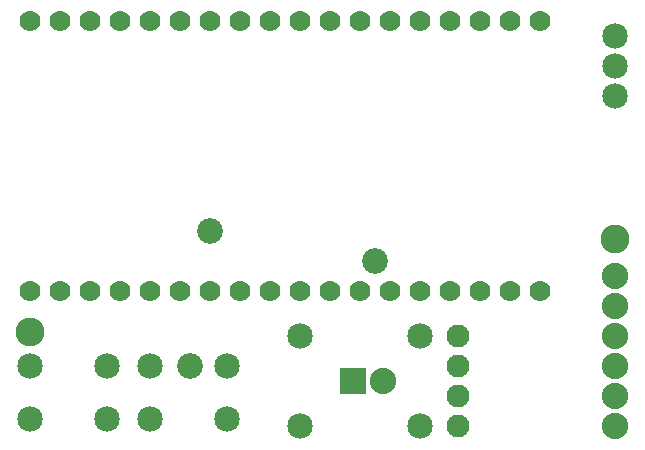
<source format=gts>
G04 MADE WITH FRITZING*
G04 WWW.FRITZING.ORG*
G04 DOUBLE SIDED*
G04 HOLES PLATED*
G04 CONTOUR ON CENTER OF CONTOUR VECTOR*
%ASAXBY*%
%FSLAX23Y23*%
%MOIN*%
%OFA0B0*%
%SFA1.0B1.0*%
%ADD10C,0.096614*%
%ADD11C,0.085000*%
%ADD12C,0.088000*%
%ADD13C,0.085433*%
%ADD14C,0.070000*%
%ADD15C,0.076111*%
%ADD16R,0.088000X0.088000*%
%LNMASK1*%
G90*
G70*
G54D10*
X87Y390D03*
X2039Y702D03*
G54D11*
X745Y100D03*
X489Y100D03*
X745Y277D03*
X489Y277D03*
X345Y100D03*
X89Y100D03*
X345Y277D03*
X89Y277D03*
X989Y377D03*
X1389Y377D03*
X2039Y1377D03*
X2039Y1277D03*
X2039Y1177D03*
G54D12*
X1164Y227D03*
X1264Y227D03*
X2039Y577D03*
X2039Y477D03*
X2039Y377D03*
X2039Y277D03*
X2039Y177D03*
X2039Y77D03*
G54D13*
X1239Y627D03*
X689Y727D03*
X620Y277D03*
G54D14*
X89Y1427D03*
X189Y1427D03*
X289Y1427D03*
X389Y1427D03*
X489Y1427D03*
X589Y1427D03*
X689Y1427D03*
X789Y1427D03*
X889Y1427D03*
X989Y1427D03*
X1089Y1427D03*
X1189Y1427D03*
X1289Y1427D03*
X1389Y1427D03*
X1489Y1427D03*
X1589Y1427D03*
X1689Y1427D03*
X1789Y1427D03*
X1789Y527D03*
X1689Y527D03*
X1589Y527D03*
X1489Y527D03*
X1389Y527D03*
X1289Y527D03*
X1189Y527D03*
X1089Y527D03*
X989Y527D03*
X889Y527D03*
X789Y527D03*
X689Y527D03*
X589Y527D03*
X489Y527D03*
X389Y527D03*
X289Y527D03*
X189Y527D03*
X89Y527D03*
G54D15*
X1514Y77D03*
X1514Y177D03*
X1514Y377D03*
X1514Y277D03*
G54D11*
X1389Y77D03*
X989Y77D03*
G54D16*
X1164Y227D03*
G04 End of Mask1*
M02*
</source>
